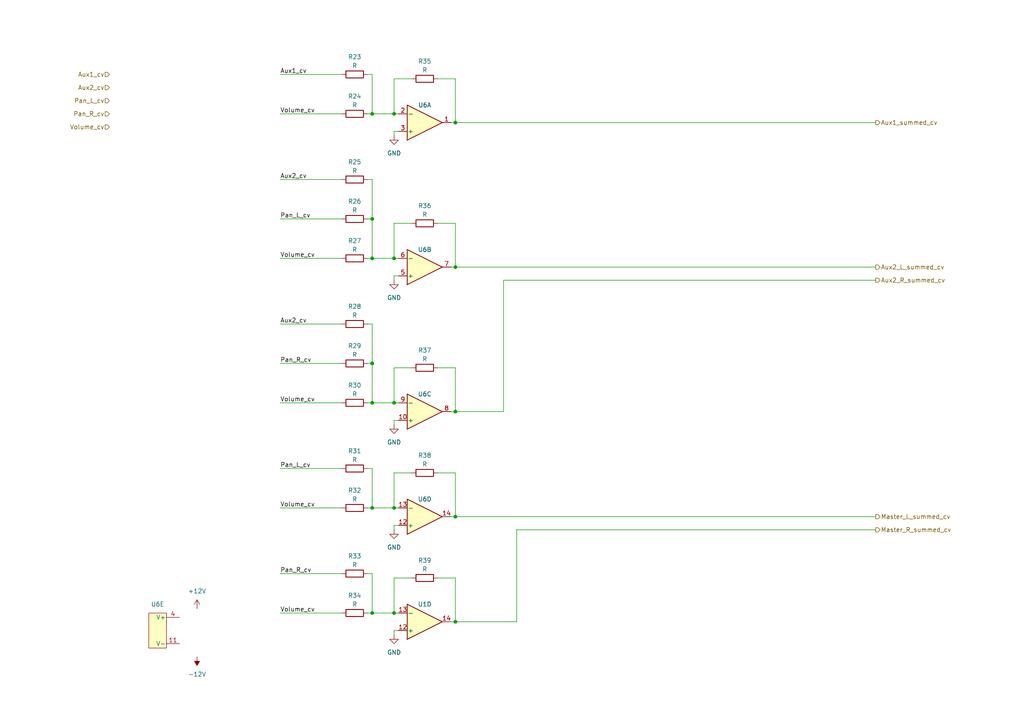
<source format=kicad_sch>
(kicad_sch (version 20230121) (generator eeschema)
  (paper "A4")
  (lib_symbols
    (symbol "Device:R" (pin_numbers hide) (pin_names (offset 0))
      (property "Reference" "R" (at 2.032 0 90))
      (property "Value" "R" (at 0 0 90))
      (symbol "R_0_1"
        (rectangle (start -1.016 -2.54) (end 1.016 2.54) (stroke (width 0.254)))
      )
      (symbol "R_1_1"
        (pin passive line (at 0 3.81 270) (length 1.27) (name "~") (number "1"))
        (pin passive line (at 0 -3.81 90) (length 1.27) (name "~") (number "2"))
      )
    )
    (symbol "WillItBlend:TL074HIDYYR" (pin_names (offset 0.127))
      (property "Reference" "U" (at 0 5.08 0))
      (symbol "TL074HIDYYR_1_1"
        (polyline (pts (xy -5.08 5.08) (xy 5.08 0) (xy -5.08 -5.08) (xy -5.08 5.08)) (stroke (width 0.254)) (fill (type background)))
        (pin output line (at 7.62 0 180) (length 2.54) (name "~") (number "1"))
        (pin input line (at -7.62 -2.54 0) (length 2.54) (name "-") (number "2"))
        (pin input line (at -7.62 2.54 0) (length 2.54) (name "+") (number "3"))
      )
      (symbol "TL074HIDYYR_2_1"
        (polyline (pts (xy -5.08 5.08) (xy 5.08 0) (xy -5.08 -5.08) (xy -5.08 5.08)) (stroke (width 0.254)) (fill (type background)))
        (pin input line (at -7.62 2.54 0) (length 2.54) (name "+") (number "5"))
        (pin input line (at -7.62 -2.54 0) (length 2.54) (name "-") (number "6"))
        (pin output line (at 7.62 0 180) (length 2.54) (name "~") (number "7"))
      )
      (symbol "TL074HIDYYR_3_1"
        (polyline (pts (xy -5.08 5.08) (xy 5.08 0) (xy -5.08 -5.08) (xy -5.08 5.08)) (stroke (width 0.254)) (fill (type background)))
        (pin input line (at -7.62 2.54 0) (length 2.54) (name "+") (number "10"))
        (pin output line (at 7.62 0 180) (length 2.54) (name "~") (number "8"))
        (pin input line (at -7.62 -2.54 0) (length 2.54) (name "-") (number "9"))
      )
      (symbol "TL074HIDYYR_4_1"
        (polyline (pts (xy -5.08 5.08) (xy 5.08 0) (xy -5.08 -5.08) (xy -5.08 5.08)) (stroke (width 0.254)) (fill (type background)))
        (pin input line (at -7.62 2.54 0) (length 2.54) (name "+") (number "12"))
        (pin input line (at -7.62 -2.54 0) (length 2.54) (name "-") (number "13"))
        (pin output line (at 7.62 0 180) (length 2.54) (name "~") (number "14"))
      )
      (symbol "TL074HIDYYR_5_1"
        (rectangle (start -2.54 5.08) (end 2.54 -5.08) (fill (type background)))
        (pin power_in line (at 6.35 -3.81 180) (length 3.81) (name "V-") (number "11"))
        (pin power_in line (at 6.35 3.81 180) (length 3.81) (name "V+") (number "4"))
      )
    )
    (symbol "power:+12V" (power) (pin_names (offset 0))
      (property "Value" "+12V" (at 0 3.556 0))
      (symbol "+12V_0_1"
        (polyline (pts (xy -0.762 1.27) (xy 0 2.54)))
        (polyline (pts (xy 0 0) (xy 0 2.54)))
        (polyline (pts (xy 0 2.54) (xy 0.762 1.27)))
      )
      (symbol "+12V_1_1"
        (pin power_in line (at 0 0 90) (length 0) hide (name "+12V") (number "1"))
      )
    )
    (symbol "power:-12V" (power) (pin_names (offset 0))
      (property "Value" "-12V" (at 0 3.81 0))
      (symbol "-12V_0_0"
        (pin power_in line (at 0 0 90) (length 0) hide (name "-12V") (number "1"))
      )
      (symbol "-12V_0_1"
        (polyline (pts (xy 0 0) (xy 0 1.27) (xy 0.762 1.27) (xy 0 2.54) (xy -0.762 1.27) (xy 0 1.27)) (fill (type outline)))
      )
    )
    (symbol "power:GND" (power) (pin_names (offset 0))
      (property "Value" "GND" (at 0 -3.81 0))
      (symbol "GND_0_1"
        (polyline (pts (xy 0 0) (xy 0 -1.27) (xy 1.27 -1.27) (xy 0 -2.54) (xy -1.27 -1.27) (xy 0 -1.27)))
      )
      (symbol "GND_1_1"
        (pin power_in line (at 0 0 270) (length 0) hide (name "GND") (number "1"))
      )
    )
  )
  (junction (at 114.3 33.02))
  (junction (at 132.08 77.47))
  (junction (at 114.3 177.8))
  (junction (at 107.95 74.93))
  (junction (at 132.08 119.38))
  (junction (at 132.08 149.86))
  (junction (at 114.3 74.93))
  (junction (at 114.3 147.32))
  (junction (at 107.95 116.84))
  (junction (at 114.3 116.84))
  (junction (at 132.08 35.56))
  (junction (at 107.95 63.5))
  (junction (at 107.95 33.02))
  (junction (at 107.95 105.41))
  (junction (at 107.95 147.32))
  (junction (at 132.08 180.34))
  (junction (at 107.95 177.8))
  (wire (pts (xy 81.28 135.89) (xy 99.06 135.89)))
  (wire (pts (xy 81.28 177.8) (xy 99.06 177.8)))
  (wire (pts (xy 81.28 147.32) (xy 99.06 147.32)))
  (wire (pts (xy 114.3 39.37) (xy 114.3 38.1)))
  (wire (pts (xy 107.95 177.8) (xy 107.95 166.37)))
  (wire (pts (xy 81.28 105.41) (xy 99.06 105.41)))
  (wire (pts (xy 107.95 74.93) (xy 107.95 63.5)))
  (wire (pts (xy 119.38 167.64) (xy 114.3 167.64)))
  (wire (pts (xy 132.08 149.86) (xy 132.08 137.16)))
  (wire (pts (xy 81.28 21.59) (xy 99.06 21.59)))
  (wire (pts (xy 132.08 35.56) (xy 254 35.56)))
  (wire (pts (xy 107.95 147.32) (xy 114.3 147.32)))
  (wire (pts (xy 107.95 105.41) (xy 107.95 93.98)))
  (wire (pts (xy 106.68 63.5) (xy 107.95 63.5)))
  (wire (pts (xy 119.38 22.86) (xy 114.3 22.86)))
  (wire (pts (xy 107.95 147.32) (xy 107.95 135.89)))
  (wire (pts (xy 130.81 149.86) (xy 132.08 149.86)))
  (wire (pts (xy 107.95 33.02) (xy 114.3 33.02)))
  (wire (pts (xy 114.3 64.77) (xy 114.3 74.93)))
  (wire (pts (xy 81.28 93.98) (xy 99.06 93.98)))
  (wire (pts (xy 107.95 33.02) (xy 107.95 21.59)))
  (wire (pts (xy 119.38 64.77) (xy 114.3 64.77)))
  (wire (pts (xy 114.3 116.84) (xy 115.57 116.84)))
  (wire (pts (xy 119.38 106.68) (xy 114.3 106.68)))
  (wire (pts (xy 132.08 77.47) (xy 132.08 64.77)))
  (wire (pts (xy 81.28 74.93) (xy 99.06 74.93)))
  (wire (pts (xy 132.08 64.77) (xy 127 64.77)))
  (wire (pts (xy 114.3 184.15) (xy 114.3 182.88)))
  (wire (pts (xy 132.08 22.86) (xy 127 22.86)))
  (wire (pts (xy 106.68 116.84) (xy 107.95 116.84)))
  (wire (pts (xy 106.68 93.98) (xy 107.95 93.98)))
  (wire (pts (xy 106.68 147.32) (xy 107.95 147.32)))
  (wire (pts (xy 114.3 123.19) (xy 114.3 121.92)))
  (wire (pts (xy 106.68 21.59) (xy 107.95 21.59)))
  (wire (pts (xy 149.86 153.67) (xy 149.86 180.34)))
  (wire (pts (xy 107.95 116.84) (xy 114.3 116.84)))
  (wire (pts (xy 132.08 35.56) (xy 132.08 22.86)))
  (wire (pts (xy 114.3 33.02) (xy 115.57 33.02)))
  (wire (pts (xy 114.3 152.4) (xy 115.57 152.4)))
  (wire (pts (xy 107.95 74.93) (xy 114.3 74.93)))
  (wire (pts (xy 107.95 116.84) (xy 107.95 105.41)))
  (wire (pts (xy 81.28 52.07) (xy 99.06 52.07)))
  (wire (pts (xy 114.3 80.01) (xy 115.57 80.01)))
  (wire (pts (xy 114.3 22.86) (xy 114.3 33.02)))
  (wire (pts (xy 132.08 106.68) (xy 127 106.68)))
  (wire (pts (xy 132.08 119.38) (xy 132.08 106.68)))
  (wire (pts (xy 106.68 74.93) (xy 107.95 74.93)))
  (wire (pts (xy 114.3 182.88) (xy 115.57 182.88)))
  (wire (pts (xy 114.3 153.67) (xy 114.3 152.4)))
  (wire (pts (xy 106.68 52.07) (xy 107.95 52.07)))
  (wire (pts (xy 114.3 177.8) (xy 115.57 177.8)))
  (wire (pts (xy 114.3 74.93) (xy 115.57 74.93)))
  (wire (pts (xy 114.3 137.16) (xy 114.3 147.32)))
  (wire (pts (xy 106.68 105.41) (xy 107.95 105.41)))
  (wire (pts (xy 114.3 147.32) (xy 115.57 147.32)))
  (wire (pts (xy 107.95 177.8) (xy 114.3 177.8)))
  (wire (pts (xy 114.3 167.64) (xy 114.3 177.8)))
  (wire (pts (xy 114.3 81.28) (xy 114.3 80.01)))
  (wire (pts (xy 81.28 116.84) (xy 99.06 116.84)))
  (wire (pts (xy 114.3 106.68) (xy 114.3 116.84)))
  (wire (pts (xy 119.38 137.16) (xy 114.3 137.16)))
  (wire (pts (xy 146.05 81.28) (xy 146.05 119.38)))
  (wire (pts (xy 106.68 135.89) (xy 107.95 135.89)))
  (wire (pts (xy 132.08 180.34) (xy 132.08 167.64)))
  (wire (pts (xy 130.81 77.47) (xy 132.08 77.47)))
  (wire (pts (xy 106.68 177.8) (xy 107.95 177.8)))
  (wire (pts (xy 254 153.67) (xy 149.86 153.67)))
  (wire (pts (xy 130.81 180.34) (xy 132.08 180.34)))
  (wire (pts (xy 114.3 38.1) (xy 115.57 38.1)))
  (wire (pts (xy 130.81 119.38) (xy 132.08 119.38)))
  (wire (pts (xy 106.68 166.37) (xy 107.95 166.37)))
  (wire (pts (xy 132.08 137.16) (xy 127 137.16)))
  (wire (pts (xy 81.28 33.02) (xy 99.06 33.02)))
  (wire (pts (xy 132.08 180.34) (xy 149.86 180.34)))
  (wire (pts (xy 114.3 121.92) (xy 115.57 121.92)))
  (wire (pts (xy 81.28 63.5) (xy 99.06 63.5)))
  (wire (pts (xy 106.68 33.02) (xy 107.95 33.02)))
  (wire (pts (xy 132.08 119.38) (xy 146.05 119.38)))
  (wire (pts (xy 132.08 77.47) (xy 254 77.47)))
  (wire (pts (xy 81.28 166.37) (xy 99.06 166.37)))
  (wire (pts (xy 132.08 167.64) (xy 127 167.64)))
  (wire (pts (xy 130.81 35.56) (xy 132.08 35.56)))
  (wire (pts (xy 132.08 149.86) (xy 254 149.86)))
  (wire (pts (xy 254 81.28) (xy 146.05 81.28)))
  (wire (pts (xy 107.95 63.5) (xy 107.95 52.07)))
  (label "Aux2_cv" (at 81.28 52.07 0))
  (label "Volume_cv" (at 81.28 116.84 0))
  (label "Volume_cv" (at 81.28 147.32 0))
  (label "Pan_L_cv" (at 81.28 135.89 0))
  (label "Volume_cv" (at 81.28 177.8 0))
  (label "Pan_R_cv" (at 81.28 166.37 0))
  (label "Pan_L_cv" (at 81.28 63.5 0))
  (label "Pan_R_cv" (at 81.28 105.41 0))
  (label "Volume_cv" (at 81.28 33.02 0))
  (label "Volume_cv" (at 81.28 74.93 0))
  (label "Aux1_cv" (at 81.28 21.59 0))
  (label "Aux2_cv" (at 81.28 93.98 0))
  (hierarchical_label "Aux1_summed_cv" (shape output) (at 254 35.56 0))
  (hierarchical_label "Aux2_R_summed_cv" (shape output) (at 254 81.28 0))
  (hierarchical_label "Pan_L_cv" (shape input) (at 31.75 29.21 180))
  (hierarchical_label "Master_L_summed_cv" (shape output) (at 254 149.86 0))
  (hierarchical_label "Aux2_L_summed_cv" (shape output) (at 254 77.47 0))
  (hierarchical_label "Aux2_cv" (shape input) (at 31.75 25.4 180))
  (hierarchical_label "Aux1_cv" (shape input) (at 31.75 21.59 180))
  (hierarchical_label "Volume_cv" (shape input) (at 31.75 36.83 180))
  (hierarchical_label "Master_R_summed_cv" (shape output) (at 254 153.67 0))
  (hierarchical_label "Pan_R_cv" (shape input) (at 31.75 33.02 180))
  (symbol (lib_id "WillItBlend:TL074HIDYYR") (at 123.19 77.47 0) (mirror x) (unit 2)
    (property "Reference" "U6" (at 123.19 72.39 0))
    (property "Value" "TL074HIDYYR" (effects hide))
    (property "Footprint" "WillItBlend:SOT-23-THIN" (effects hide))
    (property "Datasheet" "http://www.ti.com/lit/ds/symlink/tl071.pdf" (effects hide))
  )
  (symbol (lib_id "WillItBlend:TL074HIDYYR") (at 123.19 149.86 0) (mirror x) (unit 4)
    (property "Reference" "U6" (at 123.19 144.78 0))
    (property "Value" "TL074HIDYYR" (effects hide))
    (property "Footprint" "WillItBlend:SOT-23-THIN" (effects hide))
    (property "Datasheet" "http://www.ti.com/lit/ds/symlink/tl071.pdf" (effects hide))
  )
  (symbol (lib_id "Device:R") (at 102.87 105.41 270) (unit 1)
    (property "Reference" "R29" (at 102.87 100.33 90))
    (property "Value" "R" (at 102.87 102.87 90))
    (property "Footprint" "Resistor_SMD:R_0402_1005Metric_Pad0.72x0.64mm_HandSolder" (effects hide))
  )
  (symbol (lib_id "WillItBlend:TL074HIDYYR") (at 123.19 35.56 0) (mirror x) (unit 1)
    (property "Reference" "U6" (at 123.19 30.48 0))
    (property "Value" "TL074HIDYYR" (effects hide))
    (property "Footprint" "WillItBlend:SOT-23-THIN" (effects hide))
    (property "Datasheet" "http://www.ti.com/lit/ds/symlink/tl071.pdf" (effects hide))
  )
  (symbol (lib_id "Device:R") (at 102.87 116.84 270) (unit 1)
    (property "Reference" "R30" (at 102.87 111.76 90))
    (property "Value" "R" (at 102.87 114.3 90))
    (property "Footprint" "Resistor_SMD:R_0402_1005Metric_Pad0.72x0.64mm_HandSolder" (effects hide))
  )
  (symbol (lib_id "Device:R") (at 102.87 93.98 270) (unit 1)
    (property "Reference" "R28" (at 102.87 88.9 90))
    (property "Value" "R" (at 102.87 91.44 90))
    (property "Footprint" "Resistor_SMD:R_0402_1005Metric_Pad0.72x0.64mm_HandSolder" (effects hide))
  )
  (symbol (lib_id "WillItBlend:TL074HIDYYR") (at 123.19 180.34 0) (mirror x) (unit 4)
    (property "Reference" "U1" (at 123.19 175.26 0))
    (property "Value" "TL074HIDYYR" (effects hide))
    (property "Footprint" "WillItBlend:SOT-23-THIN" (effects hide))
    (property "Datasheet" "http://www.ti.com/lit/ds/symlink/tl071.pdf" (effects hide))
  )
  (symbol (lib_id "Device:R") (at 102.87 135.89 270) (unit 1)
    (property "Reference" "R31" (at 102.87 130.81 90))
    (property "Value" "R" (at 102.87 133.35 90))
    (property "Footprint" "Resistor_SMD:R_0402_1005Metric_Pad0.72x0.64mm_HandSolder" (effects hide))
  )
  (symbol (lib_id "Device:R") (at 102.87 33.02 270) (unit 1)
    (property "Reference" "R24" (at 102.87 27.94 90))
    (property "Value" "R" (at 102.87 30.48 90))
    (property "Footprint" "Resistor_SMD:R_0402_1005Metric_Pad0.72x0.64mm_HandSolder" (effects hide))
  )
  (symbol (lib_id "Device:R") (at 123.19 106.68 270) (unit 1)
    (property "Reference" "R37" (at 123.19 101.6 90))
    (property "Value" "R" (at 123.19 104.14 90))
    (property "Footprint" "Resistor_SMD:R_0402_1005Metric_Pad0.72x0.64mm_HandSolder" (effects hide))
  )
  (symbol (lib_id "power:GND") (at 114.3 39.37 0) (unit 1)
    (property "Reference" "#PWR038" (effects hide))
    (property "Value" "GND" (at 114.3 44.45 0))
  )
  (symbol (lib_id "Device:R") (at 102.87 21.59 270) (unit 1)
    (property "Reference" "R23" (at 102.87 16.51 90))
    (property "Value" "R" (at 102.87 19.05 90))
    (property "Footprint" "Resistor_SMD:R_0402_1005Metric_Pad0.72x0.64mm_HandSolder" (effects hide))
  )
  (symbol (lib_id "WillItBlend:TL074HIDYYR") (at 123.19 119.38 0) (mirror x) (unit 3)
    (property "Reference" "U6" (at 123.19 114.3 0))
    (property "Value" "TL074HIDYYR" (effects hide))
    (property "Footprint" "WillItBlend:SOT-23-THIN" (effects hide))
    (property "Datasheet" "http://www.ti.com/lit/ds/symlink/tl071.pdf" (effects hide))
  )
  (symbol (lib_id "Device:R") (at 123.19 22.86 270) (unit 1)
    (property "Reference" "R35" (at 123.19 17.78 90))
    (property "Value" "R" (at 123.19 20.32 90))
    (property "Footprint" "Resistor_SMD:R_0402_1005Metric_Pad0.72x0.64mm_HandSolder" (effects hide))
  )
  (symbol (lib_id "power:-12V") (at 57.15 190.5 180) (unit 1)
    (property "Reference" "#PWR037" (effects hide))
    (property "Value" "-12V" (at 57.15 195.58 0))
  )
  (symbol (lib_id "Device:R") (at 123.19 137.16 270) (unit 1)
    (property "Reference" "R38" (at 123.19 132.08 90))
    (property "Value" "R" (at 123.19 134.62 90))
    (property "Footprint" "Resistor_SMD:R_0402_1005Metric_Pad0.72x0.64mm_HandSolder" (effects hide))
  )
  (symbol (lib_id "Device:R") (at 102.87 166.37 270) (unit 1)
    (property "Reference" "R33" (at 102.87 161.29 90))
    (property "Value" "R" (at 102.87 163.83 90))
    (property "Footprint" "Resistor_SMD:R_0402_1005Metric_Pad0.72x0.64mm_HandSolder" (effects hide))
  )
  (symbol (lib_id "Device:R") (at 123.19 167.64 270) (unit 1)
    (property "Reference" "R39" (at 123.19 162.56 90))
    (property "Value" "R" (at 123.19 165.1 90))
    (property "Footprint" "Resistor_SMD:R_0402_1005Metric_Pad0.72x0.64mm_HandSolder" (effects hide))
  )
  (symbol (lib_id "Device:R") (at 102.87 63.5 270) (unit 1)
    (property "Reference" "R26" (at 102.87 58.42 90))
    (property "Value" "R" (at 102.87 60.96 90))
    (property "Footprint" "Resistor_SMD:R_0402_1005Metric_Pad0.72x0.64mm_HandSolder" (effects hide))
  )
  (symbol (lib_id "Device:R") (at 123.19 64.77 270) (unit 1)
    (property "Reference" "R36" (at 123.19 59.69 90))
    (property "Value" "R" (at 123.19 62.23 90))
    (property "Footprint" "Resistor_SMD:R_0402_1005Metric_Pad0.72x0.64mm_HandSolder" (effects hide))
  )
  (symbol (lib_id "WillItBlend:TL074HIDYYR") (at 45.72 182.88 0) (unit 5)
    (property "Reference" "U6" (at 45.72 175.26 0))
    (property "Value" "TL074HIDYYR" (effects hide))
    (property "Footprint" "WillItBlend:SOT-23-THIN" (effects hide))
    (property "Datasheet" "http://www.ti.com/lit/ds/symlink/tl071.pdf" (effects hide))
  )
  (symbol (lib_id "power:GND") (at 114.3 153.67 0) (unit 1)
    (property "Reference" "#PWR041" (effects hide))
    (property "Value" "GND" (at 114.3 158.75 0))
  )
  (symbol (lib_id "power:GND") (at 114.3 123.19 0) (unit 1)
    (property "Reference" "#PWR040" (effects hide))
    (property "Value" "GND" (at 114.3 128.27 0))
  )
  (symbol (lib_id "power:GND") (at 114.3 81.28 0) (unit 1)
    (property "Reference" "#PWR039" (effects hide))
    (property "Value" "GND" (at 114.3 86.36 0))
  )
  (symbol (lib_id "power:+12V") (at 57.15 176.53 0) (unit 1)
    (property "Reference" "#PWR036" (effects hide))
    (property "Value" "+12V" (at 57.15 171.45 0))
  )
  (symbol (lib_id "Device:R") (at 102.87 74.93 270) (unit 1)
    (property "Reference" "R27" (at 102.87 69.85 90))
    (property "Value" "R" (at 102.87 72.39 90))
    (property "Footprint" "Resistor_SMD:R_0402_1005Metric_Pad0.72x0.64mm_HandSolder" (effects hide))
  )
  (symbol (lib_id "power:GND") (at 114.3 184.15 0) (unit 1)
    (property "Reference" "#PWR042" (effects hide))
    (property "Value" "GND" (at 114.3 189.23 0))
  )
  (symbol (lib_id "Device:R") (at 102.87 147.32 270) (unit 1)
    (property "Reference" "R32" (at 102.87 142.24 90))
    (property "Value" "R" (at 102.87 144.78 90))
    (property "Footprint" "Resistor_SMD:R_0402_1005Metric_Pad0.72x0.64mm_HandSolder" (effects hide))
  )
  (symbol (lib_id "Device:R") (at 102.87 177.8 270) (unit 1)
    (property "Reference" "R34" (at 102.87 172.72 90))
    (property "Value" "R" (at 102.87 175.26 90))
    (property "Footprint" "Resistor_SMD:R_0402_1005Metric_Pad0.72x0.64mm_HandSolder" (effects hide))
  )
  (symbol (lib_id "Device:R") (at 102.87 52.07 270) (unit 1)
    (property "Reference" "R25" (at 102.87 46.99 90))
    (property "Value" "R" (at 102.87 49.53 90))
    (property "Footprint" "Resistor_SMD:R_0402_1005Metric_Pad0.72x0.64mm_HandSolder" (effects hide))
  )
)
</source>
